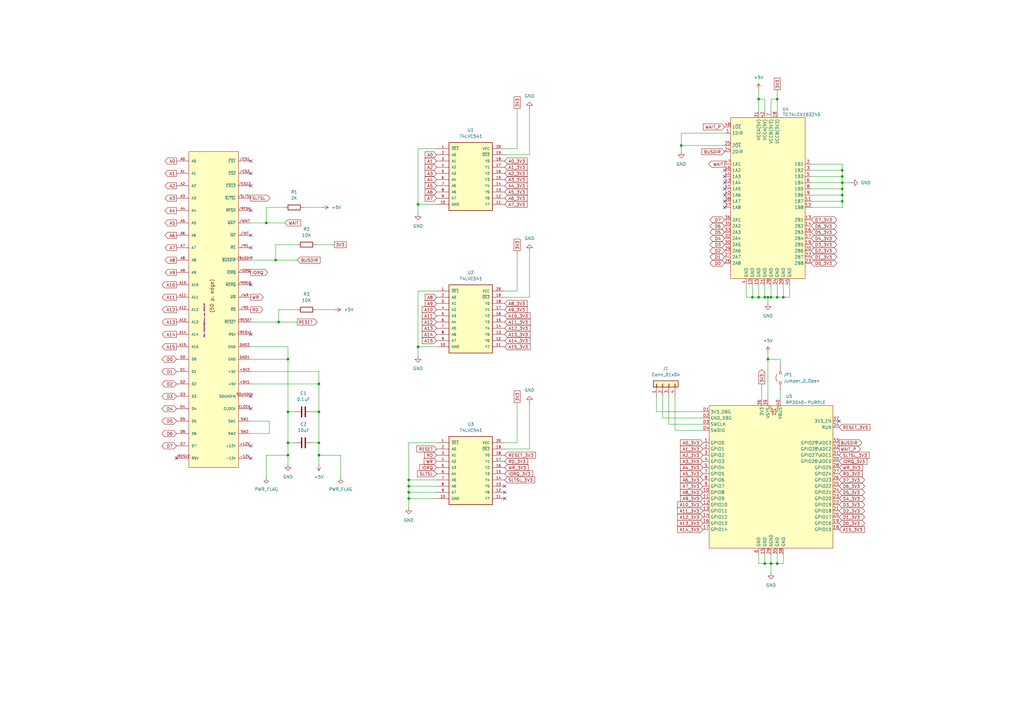
<source format=kicad_sch>
(kicad_sch (version 20231120) (generator "eeschema") (generator_version "8.0")
  (paper "A3")
  (title_block (title "MSX PicoVerse 2040") (date "2024-12-10") (rev "1.0") (company "The Retro Hacker") (comment 2 "Based on the ALIEXPRESS RP2040-PURPLE board") (comment 3 "The MSX experience driven by the RaspBerry Pico") (comment 4 "MSX PicoVerse 2040"))
  (lib_symbols
    (symbol "74LVC541AD_112:74LVC541AD_112" (pin_names (offset 1.016))
      (property "Reference" "IC" (at 24.13 7.62 0))
      (property "Value" "74LVC541AD_112" (at 24.13 5.08 0))
      (symbol "74LVC541AD_112_0_0"
        (rectangle (start 5.08 2.54) (end 22.86 -25.4) (stroke (width 0.254)) (fill (type background)))
        (pin bidirectional line (at 27.94 -22.86 180) (length 5.08) (name "Y7") (number "11"))
        (pin bidirectional line (at 27.94 -20.32 180) (length 5.08) (name "Y6") (number "12"))
        (pin bidirectional line (at 27.94 -17.78 180) (length 5.08) (name "Y5") (number "13"))
        (pin bidirectional line (at 27.94 -15.24 180) (length 5.08) (name "Y4") (number "14"))
        (pin bidirectional line (at 27.94 -12.7 180) (length 5.08) (name "Y3") (number "15"))
        (pin bidirectional line (at 27.94 -10.16 180) (length 5.08) (name "Y2") (number "16"))
        (pin bidirectional line (at 27.94 -7.62 180) (length 5.08) (name "Y1") (number "17"))
        (pin bidirectional line (at 27.94 -5.08 180) (length 5.08) (name "Y0") (number "18"))
        (pin bidirectional line (at 0 -2.54 0) (length 5.08) (name "A0") (number "2"))
        (pin bidirectional line (at 0 -5.08 0) (length 5.08) (name "A1") (number "3"))
        (pin bidirectional line (at 0 -7.62 0) (length 5.08) (name "A2") (number "4"))
        (pin bidirectional line (at 0 -10.16 0) (length 5.08) (name "A3") (number "5"))
        (pin bidirectional line (at 0 -12.7 0) (length 5.08) (name "A4") (number "6"))
        (pin bidirectional line (at 0 -15.24 0) (length 5.08) (name "A5") (number "7"))
        (pin bidirectional line (at 0 -17.78 0) (length 5.08) (name "A6") (number "8"))
        (pin bidirectional line (at 0 -20.32 0) (length 5.08) (name "A7") (number "9"))
      )
      (symbol "74LVC541AD_112_1_0"
        (pin passive line (at 0 0 0) (length 5.08) (name "~{OE1}") (number "1"))
        (pin power_in line (at 0 -22.86 0) (length 5.08) (name "GND") (number "10"))
        (pin passive line (at 27.94 -2.54 180) (length 5.08) (name "~{OE2}") (number "19"))
        (pin power_in line (at 27.94 0 180) (length 5.08) (name "VCC") (number "20"))
      )
    )
    (symbol "Connector_Generic:Conn_01x04" (pin_names (offset 1.016) hide)
      (property "Reference" "J" (at 0 5.08 0))
      (property "Value" "Conn_01x04" (at 0 -7.62 0))
      (symbol "Conn_01x04_1_1"
        (rectangle (start -1.27 -4.953) (end 0 -5.207) (stroke (width 0.1524)))
        (rectangle (start -1.27 -2.413) (end 0 -2.667) (stroke (width 0.1524)))
        (rectangle (start -1.27 0.127) (end 0 -0.127) (stroke (width 0.1524)))
        (rectangle (start -1.27 2.667) (end 0 2.413) (stroke (width 0.1524)))
        (rectangle (start -1.27 3.81) (end 1.27 -6.35) (stroke (width 0.254)) (fill (type background)))
        (pin passive line (at -5.08 2.54 0) (length 3.81) (name "Pin_1") (number "1"))
        (pin passive line (at -5.08 0 0) (length 3.81) (name "Pin_2") (number "2"))
        (pin passive line (at -5.08 -2.54 0) (length 3.81) (name "Pin_3") (number "3"))
        (pin passive line (at -5.08 -5.08 0) (length 3.81) (name "Pin_4") (number "4"))
      )
    )
    (symbol "Device:C" (pin_numbers hide) (pin_names (offset 0.254))
      (property "Reference" "C" (at 0.635 2.54 0))
      (property "Value" "C" (at 0.635 -2.54 0))
      (symbol "C_0_1"
        (polyline (pts (xy -2.032 -0.762) (xy 2.032 -0.762)) (stroke (width 0.508)))
        (polyline (pts (xy -2.032 0.762) (xy 2.032 0.762)) (stroke (width 0.508)))
      )
      (symbol "C_1_1"
        (pin passive line (at 0 3.81 270) (length 2.794) (name "~") (number "1"))
        (pin passive line (at 0 -3.81 90) (length 2.794) (name "~") (number "2"))
      )
    )
    (symbol "Device:R" (pin_numbers hide) (pin_names (offset 0))
      (property "Reference" "R" (at 2.032 0 90))
      (property "Value" "R" (at 0 0 90))
      (symbol "R_0_1"
        (rectangle (start -1.016 -2.54) (end 1.016 2.54) (stroke (width 0.254)))
      )
      (symbol "R_1_1"
        (pin passive line (at 0 3.81 270) (length 1.27) (name "~") (number "1"))
        (pin passive line (at 0 -3.81 90) (length 1.27) (name "~") (number "2"))
      )
    )
    (symbol "Jumper:Jumper_2_Open" (pin_numbers hide) (pin_names (offset 0) hide) (exclude_from_sim yes)
      (property "Reference" "JP" (at 0 2.794 0))
      (property "Value" "Jumper_2_Open" (at 0 -2.286 0))
      (symbol "Jumper_2_Open_0_0"
        (circle (center -2.032 0) (radius 0.508))
        (circle (center 2.032 0) (radius 0.508))
      )
      (symbol "Jumper_2_Open_0_1"
        (arc (start 1.524 1.27) (mid 0 1.778) (end -1.524 1.27))
      )
      (symbol "Jumper_2_Open_1_1"
        (pin passive line (at -5.08 0 0) (length 2.54) (name "A") (number "1"))
        (pin passive line (at 5.08 0 180) (length 2.54) (name "B") (number "2"))
      )
    )
    (symbol "RP2040-PURPLE:RP2040-PURPLE"
      (property "Reference" "U" (at 0 0 0))
      (symbol "RP2040-PURPLE_0_1"
        (polyline (pts (xy -1.27 27.94) (xy 0 27.305) (xy 0 25.4) (xy 0.635 25.4)))
        (polyline (pts (xy 0.635 25.4) (xy 1.905 26.67) (xy 1.905 24.13) (xy 0.635 25.4)))
        (polyline (pts (xy 3.81 27.94) (xy 2.54 27.305) (xy 2.54 25.4) (xy 1.905 25.4)))
        (polyline (pts (xy 0.381 26.416) (xy 0.381 26.67) (xy 0.635 26.67) (xy 0.635 24.13) (xy 0.889 24.13) (xy 0.889 24.384)))
      )
      (symbol "RP2040-PURPLE_1_1"
        (rectangle (start -25.4 27.94) (end 25.4 -30.48) (fill (type background)))
        (pin bidirectional line (at -27.94 12.7 0) (length 2.54) (name "GPIO0") (number "1"))
        (pin bidirectional line (at -27.94 -7.62 0) (length 2.54) (name "GPIO8") (number "10"))
        (pin bidirectional line (at -27.94 -10.16 0) (length 2.54) (name "GPIO9") (number "11"))
        (pin bidirectional line (at -27.94 -12.7 0) (length 2.54) (name "GPIO10") (number "12"))
        (pin bidirectional line (at -27.94 -15.24 0) (length 2.54) (name "GPIO11") (number "13"))
        (pin bidirectional line (at -27.94 -17.78 0) (length 2.54) (name "GPIO12") (number "14"))
        (pin power_in line (at -2.54 -33.02 90) (length 2.54) (name "GND") (number "15"))
        (pin bidirectional line (at -27.94 -20.32 0) (length 2.54) (name "GPIO13") (number "16"))
        (pin bidirectional line (at -27.94 -22.86 0) (length 2.54) (name "GPIO14") (number "17"))
        (pin bidirectional line (at 27.94 -22.86 180) (length 2.54) (name "GPIO15") (number "18"))
        (pin bidirectional line (at 27.94 -20.32 180) (length 2.54) (name "GPIO16") (number "19"))
        (pin bidirectional line (at -27.94 10.16 0) (length 2.54) (name "GPIO1") (number "2"))
        (pin bidirectional line (at 27.94 -17.78 180) (length 2.54) (name "GPIO17") (number "20"))
        (pin bidirectional line (at 27.94 -15.24 180) (length 2.54) (name "GPIO18") (number "21"))
        (pin bidirectional line (at 27.94 -12.7 180) (length 2.54) (name "GPIO19") (number "22"))
        (pin bidirectional line (at 27.94 -10.16 180) (length 2.54) (name "GPIO20") (number "23"))
        (pin bidirectional line (at 27.94 -7.62 180) (length 2.54) (name "GPIO21") (number "24"))
        (pin bidirectional line (at 27.94 -5.08 180) (length 2.54) (name "GPIO22") (number "25"))
        (pin bidirectional line (at 27.94 -2.54 180) (length 2.54) (name "GPIO23") (number "26"))
        (pin bidirectional line (at 27.94 0 180) (length 2.54) (name "GPIO24") (number "27"))
        (pin bidirectional line (at 27.94 2.54 180) (length 2.54) (name "GPIO25") (number "28"))
        (pin power_in line (at 0 -33.02 90) (length 2.54) (name "AGND") (number "29"))
        (pin bidirectional line (at -27.94 7.62 0) (length 2.54) (name "GPIO2") (number "3"))
        (pin bidirectional line (at 27.94 5.08 180) (length 2.54) (name "GPIO26\\ADC0") (number "30"))
        (pin bidirectional line (at 27.94 7.62 180) (length 2.54) (name "GPIO27\\ADC1") (number "31"))
        (pin bidirectional line (at 27.94 10.16 180) (length 2.54) (name "GPIO28\\ADC2") (number "32"))
        (pin bidirectional line (at 27.94 12.7 180) (length 2.54) (name "GPIO29\\ADC3") (number "33"))
        (pin input line (at 27.94 19.05 180) (length 2.54) (name "RUN") (number "34"))
        (pin power_in line (at 2.54 -33.02 90) (length 2.54) (name "GND") (number "35"))
        (pin power_out line (at -3.81 30.48 270) (length 2.54) (name "3V3") (number "36"))
        (pin input line (at 27.94 21.59 180) (length 2.54) (name "3V3_EN") (number "37"))
        (pin power_in line (at 5.08 -33.02 90) (length 2.54) (name "GND") (number "38"))
        (pin power_in line (at -1.27 30.48 270) (length 2.54) (name "VSYS") (number "39"))
        (pin bidirectional line (at -27.94 5.08 0) (length 2.54) (name "GPIO3") (number "4"))
        (pin power_out line (at 3.81 30.48 270) (length 2.54) (name "VBUS") (number "40"))
        (pin bidirectional line (at -27.94 2.54 0) (length 2.54) (name "GPIO4") (number "5"))
        (pin power_in line (at -5.08 -33.02 90) (length 2.54) (name "GND") (number "6"))
        (pin bidirectional line (at -27.94 0 0) (length 2.54) (name "GPIO5") (number "7"))
        (pin bidirectional line (at -27.94 -2.54 0) (length 2.54) (name "GPIO6") (number "8"))
        (pin bidirectional line (at -27.94 -5.08 0) (length 2.54) (name "GPIO7") (number "9"))
        (pin power_out line (at -27.94 25.4 0) (length 2.54) (name "3V3_DBG") (number "D1"))
        (pin power_in line (at -27.94 22.86 0) (length 2.54) (name "GND_DBG") (number "D2"))
        (pin input line (at -27.94 20.32 0) (length 2.54) (name "SWCLK") (number "D3"))
        (pin bidirectional line (at -27.94 17.78 0) (length 2.54) (name "SWDIO") (number "D4"))
      )
    )
    (symbol "TC74LCX163245:TC74LCX163245"
      (property "Reference" "U" (at 0 2.54 0))
      (symbol "TC74LCX163245_1_1"
        (rectangle (start -15.24 33.02) (end 15.24 -33.02) (fill (type background)))
        (pin input line (at -17.78 26.67 0) (length 2.54) (name "1DIR") (number "1"))
        (pin power_in line (at -6.35 -35.56 90) (length 2.54) (name "GND") (number "10"))
        (pin input line (at 17.78 -1.27 180) (length 2.54) (name "1B7") (number "11"))
        (pin input line (at 17.78 -3.81 180) (length 2.54) (name "1B8") (number "12"))
        (pin input line (at 17.78 -8.89 180) (length 2.54) (name "2B1") (number "13"))
        (pin input line (at 17.78 -11.43 180) (length 2.54) (name "2B2") (number "14"))
        (pin power_in line (at -3.81 -35.56 90) (length 2.54) (name "GND") (number "15"))
        (pin input line (at 17.78 -13.97 180) (length 2.54) (name "2B3") (number "16"))
        (pin input line (at 17.78 -16.51 180) (length 2.54) (name "2B4") (number "17"))
        (pin power_in line (at 3.81 35.56 270) (length 2.54) (name "VCCB(3V3)") (number "18"))
        (pin input line (at 17.78 -19.05 180) (length 2.54) (name "2B5") (number "19"))
        (pin input line (at 17.78 13.97 180) (length 2.54) (name "1B1") (number "2"))
        (pin input line (at 17.78 -21.59 180) (length 2.54) (name "2B6") (number "20"))
        (pin power_in line (at -1.27 -35.56 90) (length 2.54) (name "GND") (number "21"))
        (pin input line (at 17.78 -24.13 180) (length 2.54) (name "2B7") (number "22"))
        (pin input line (at 17.78 -26.67 180) (length 2.54) (name "2B8") (number "23"))
        (pin input line (at -17.78 19.05 0) (length 2.54) (name "2DIR") (number "24"))
        (pin input line (at -17.78 21.59 0) (length 2.54) (name "2~{OE}") (number "25"))
        (pin input line (at -17.78 -26.67 0) (length 2.54) (name "2A8") (number "26"))
        (pin input line (at -17.78 -24.13 0) (length 2.54) (name "2A7") (number "27"))
        (pin power_in line (at 1.27 -35.56 90) (length 2.54) (name "GND") (number "28"))
        (pin input line (at -17.78 -21.59 0) (length 2.54) (name "2A6") (number "29"))
        (pin input line (at 17.78 11.43 180) (length 2.54) (name "1B2") (number "3"))
        (pin input line (at -17.78 -19.05 0) (length 2.54) (name "2A5") (number "30"))
        (pin power_in line (at -3.81 35.56 270) (length 2.54) (name "VCCA(5V)") (number "31"))
        (pin input line (at -17.78 -16.51 0) (length 2.54) (name "2A4") (number "32"))
        (pin input line (at -17.78 -13.97 0) (length 2.54) (name "2A3") (number "33"))
        (pin power_in line (at 3.81 -35.56 90) (length 2.54) (name "GND") (number "34"))
        (pin input line (at -17.78 -11.43 0) (length 2.54) (name "2A2") (number "35"))
        (pin input line (at -17.78 -8.89 0) (length 2.54) (name "2A1") (number "36"))
        (pin input line (at -17.78 -3.81 0) (length 2.54) (name "1A8") (number "37"))
        (pin input line (at -17.78 -1.27 0) (length 2.54) (name "1A7") (number "38"))
        (pin power_in line (at 6.35 -35.56 90) (length 2.54) (name "GND") (number "39"))
        (pin power_in line (at -8.89 -35.56 90) (length 2.54) (name "GND") (number "4"))
        (pin input line (at -17.78 1.27 0) (length 2.54) (name "1A6") (number "40"))
        (pin input line (at -17.78 3.81 0) (length 2.54) (name "1A5") (number "41"))
        (pin power_in line (at -1.27 35.56 270) (length 2.54) (name "VCCA(5V)") (number "42"))
        (pin input line (at -17.78 6.35 0) (length 2.54) (name "1A4") (number "43"))
        (pin input line (at -17.78 8.89 0) (length 2.54) (name "1A3") (number "44"))
        (pin power_in line (at 8.89 -35.56 90) (length 2.54) (name "GND") (number "45"))
        (pin input line (at -17.78 11.43 0) (length 2.54) (name "1A2") (number "46"))
        (pin input line (at -17.78 13.97 0) (length 2.54) (name "1A1") (number "47"))
        (pin input line (at -17.78 29.21 0) (length 2.54) (name "1~{OE}") (number "48"))
        (pin input line (at 17.78 8.89 180) (length 2.54) (name "1B3") (number "5"))
        (pin input line (at 17.78 6.35 180) (length 2.54) (name "1B4") (number "6"))
        (pin power_in line (at 1.27 35.56 270) (length 2.54) (name "VCCB(3V3)") (number "7"))
        (pin input line (at 17.78 3.81 180) (length 2.54) (name "1B5") (number "8"))
        (pin input line (at 17.78 1.27 180) (length 2.54) (name "1B6") (number "9"))
      )
    )
    (symbol "msx-con:MSX_CON" (pin_names (offset 1.016))
      (symbol "MSX_CON_1_0"
        (rectangle (start -59.69 10.16) (end 69.85 -10.16) (fill (type background)))
        (text "(50 p. edge)" (at 10.7442 0.7112 0) (effects (font (size 1.4224 1.4224))))
      )
      (symbol "MSX_CON_1_1"
        (pin power_out line (at -50.8 -15.24 90) (length 5.08) (name "+12V") (number "+12V"))
        (pin power_in line (at -25.4 -15.24 90) (length 5.08) (name "+5V") (number "+5V1"))
        (pin power_in line (at -20.32 -15.24 90) (length 5.08) (name "+5V") (number "+5V2"))
        (pin power_out line (at -55.88 -15.24 90) (length 5.08) (name "-12V") (number "-12V"))
        (pin input line (at 25.4 -15.24 90) (length 5.08) (name "~{BUSDIR}") (number "/BUSDIR"))
        (pin output line (at 66.04 -15.24 90) (length 5.08) (name "~{CS1}") (number "/CS1"))
        (pin output line (at 55.88 -15.24 90) (length 5.08) (name "~{CS12}") (number "/CS12"))
        (pin output line (at 60.96 -15.24 90) (length 5.08) (name "~{CS2}") (number "/CS2"))
        (pin input line (at 35.56 -15.24 90) (length 5.08) (name "~{INT}") (number "/INT"))
        (pin output line (at 20.32 -15.24 90) (length 5.08) (name "~{IORQ}") (number "/IORQ"))
        (pin output line (at 30.48 -15.24 90) (length 5.08) (name "~{M1}") (number "/M1"))
        (pin output line (at 15.24 -15.24 90) (length 5.08) (name "~{MERQ}") (number "/MREQ"))
        (pin output line (at 5.08 -15.24 90) (length 5.08) (name "~{RD}") (number "/RD"))
        (pin output line (at 0 -15.24 90) (length 5.08) (name "~{RESET}") (number "/RESET"))
        (pin unspecified line (at -5.08 -15.24 90) (length 5.08) (name "RSV") (number "/RESV1"))
        (pin unspecified line (at -55.88 15.24 270) (length 5.08) (name "RSV") (number "/RESV2"))
        (pin output line (at 45.72 -15.24 90) (length 5.08) (name "~{RFSH}") (number "/RFSH"))
        (pin output line (at 50.8 -15.24 90) (length 5.08) (name "~{SLTSL}") (number "/SLTSL"))
        (pin input line (at 40.64 -15.24 90) (length 5.08) (name "~{WAIT}") (number "/WAIT"))
        (pin output line (at 10.16 -15.24 90) (length 5.08) (name "~{WR}") (number "/WR"))
        (pin output line (at 66.04 15.24 270) (length 5.08) (name "A0") (number "A0"))
        (pin output line (at 60.96 15.24 270) (length 5.08) (name "A1") (number "A1"))
        (pin output line (at 15.24 15.24 270) (length 5.08) (name "A10") (number "A10"))
        (pin output line (at 10.16 15.24 270) (length 5.08) (name "A11") (number "A11"))
        (pin output line (at 5.08 15.24 270) (length 5.08) (name "A12") (number "A12"))
        (pin output line (at 0 15.24 270) (length 5.08) (name "A13") (number "A13"))
        (pin output line (at -5.08 15.24 270) (length 5.08) (name "A14") (number "A14"))
        (pin output line (at -10.16 15.24 270) (length 5.08) (name "A15") (number "A15"))
        (pin output line (at 55.88 15.24 270) (length 5.08) (name "A2") (number "A2"))
        (pin output line (at 50.8 15.24 270) (length 5.08) (name "A3") (number "A3"))
        (pin output line (at 45.72 15.24 270) (length 5.08) (name "A4") (number "A4"))
        (pin output line (at 40.64 15.24 270) (length 5.08) (name "A5") (number "A5"))
        (pin output line (at 35.56 15.24 270) (length 5.08) (name "A6") (number "A6"))
        (pin output line (at 30.48 15.24 270) (length 5.08) (name "A7") (number "A7"))
        (pin output line (at 25.4 15.24 270) (length 5.08) (name "A8") (number "A8"))
        (pin output line (at 20.32 15.24 270) (length 5.08) (name "A9") (number "A9"))
        (pin output line (at -35.56 -15.24 90) (length 5.08) (name "CLOCK") (number "CLOCK"))
        (pin bidirectional line (at -15.24 15.24 270) (length 5.08) (name "D0") (number "D0"))
        (pin bidirectional line (at -20.32 15.24 270) (length 5.08) (name "D1") (number "D1"))
        (pin bidirectional line (at -25.4 15.24 270) (length 5.08) (name "D2") (number "D2"))
        (pin bidirectional line (at -30.48 15.24 270) (length 5.08) (name "D3") (number "D3"))
        (pin bidirectional line (at -35.56 15.24 270) (length 5.08) (name "D4") (number "D4"))
        (pin bidirectional line (at -40.64 15.24 270) (length 5.08) (name "D5") (number "D5"))
        (pin bidirectional line (at -45.72 15.24 270) (length 5.08) (name "D6") (number "D6"))
        (pin bidirectional line (at -50.8 15.24 270) (length 5.08) (name "D7") (number "D7"))
        (pin power_in line (at -15.24 -15.24 90) (length 5.08) (name "GND") (number "GND1"))
        (pin power_in line (at -10.16 -15.24 90) (length 5.08) (name "GND") (number "GND2"))
        (pin input line (at -30.48 -15.24 90) (length 5.08) (name "SOUNDIN") (number "SOUNDIN"))
        (pin passive line (at -40.64 -15.24 90) (length 5.08) (name "SW1") (number "SW1"))
        (pin passive line (at -45.72 -15.24 90) (length 5.08) (name "SW2") (number "SW2"))
      )
    )
    (symbol "power:+5V" (power) (pin_numbers hide) (pin_names (offset 0) hide)
      (property "Value" "+5V" (at 0 3.556 0))
      (symbol "+5V_0_1"
        (polyline (pts (xy -0.762 1.27) (xy 0 2.54)))
        (polyline (pts (xy 0 0) (xy 0 2.54)))
        (polyline (pts (xy 0 2.54) (xy 0.762 1.27)))
      )
      (symbol "+5V_1_1"
        (pin power_in line (at 0 0 90) (length 0) (name "~") (number "1"))
      )
    )
    (symbol "power:GND" (power) (pin_numbers hide) (pin_names (offset 0) hide)
      (property "Value" "GND" (at 0 -3.81 0))
      (symbol "GND_0_1"
        (polyline (pts (xy 0 0) (xy 0 -1.27) (xy 1.27 -1.27) (xy 0 -2.54) (xy -1.27 -1.27) (xy 0 -1.27)))
      )
      (symbol "GND_1_1"
        (pin power_in line (at 0 0 270) (length 0) (name "~") (number "1"))
      )
    )
    (symbol "power:PWR_FLAG" (power) (pin_numbers hide) (pin_names (offset 0) hide)
      (property "Value" "PWR_FLAG" (at 0 3.81 0))
      (symbol "PWR_FLAG_0_0"
        (pin power_out line (at 0 0 90) (length 0) (name "~") (number "1"))
      )
      (symbol "PWR_FLAG_0_1"
        (polyline (pts (xy 0 0) (xy 0 1.27) (xy -1.016 1.905) (xy 0 2.54) (xy 1.016 1.905) (xy 0 1.27)))
      )
    )
  )
  (junction (at 171.45 83.82))
  (junction (at 318.77 121.92))
  (junction (at 118.11 181.61))
  (junction (at 345.44 80.01))
  (junction (at 313.69 231.14))
  (junction (at 345.44 77.47))
  (junction (at 171.45 142.24))
  (junction (at 118.11 147.32))
  (junction (at 314.96 121.92))
  (junction (at 345.44 72.39))
  (junction (at 167.64 204.47))
  (junction (at 314.96 147.32))
  (junction (at 167.64 196.85))
  (junction (at 313.69 121.92))
  (junction (at 316.23 231.14))
  (junction (at 118.11 168.91))
  (junction (at 167.64 201.93))
  (junction (at 308.61 121.92))
  (junction (at 279.4 59.69))
  (junction (at 130.81 157.48))
  (junction (at 311.15 121.92))
  (junction (at 130.81 181.61))
  (junction (at 130.81 186.69))
  (junction (at 321.31 121.92))
  (junction (at 345.44 69.85))
  (junction (at 318.77 40.64))
  (junction (at 318.77 231.14))
  (junction (at 113.03 106.68))
  (junction (at 130.81 168.91))
  (junction (at 118.11 186.69))
  (junction (at 109.22 91.44))
  (junction (at 345.44 82.55))
  (junction (at 114.3 132.08))
  (junction (at 311.15 40.64))
  (junction (at 316.23 121.92))
  (junction (at 167.64 199.39))
  (junction (at 345.44 74.93))
  (no_connect (at 102.87 137.16))
  (no_connect (at 72.39 187.96))
  (no_connect (at 102.87 167.64))
  (no_connect (at 297.18 74.93))
  (no_connect (at 102.87 66.04))
  (no_connect (at 297.18 80.01))
  (no_connect (at 207.01 204.47))
  (no_connect (at 102.87 96.52))
  (no_connect (at 297.18 77.47))
  (no_connect (at 297.18 69.85))
  (no_connect (at 102.87 71.12))
  (no_connect (at 297.18 72.39))
  (no_connect (at 207.01 199.39))
  (no_connect (at 102.87 116.84))
  (no_connect (at 102.87 162.56))
  (no_connect (at 102.87 101.6))
  (no_connect (at 297.18 82.55))
  (no_connect (at 297.18 85.09))
  (no_connect (at 102.87 187.96))
  (no_connect (at 102.87 86.36))
  (no_connect (at 102.87 76.2))
  (no_connect (at 102.87 182.88))
  (no_connect (at 207.01 201.93))
  (no_connect (at 344.17 172.72))
  (wire (pts (xy 323.85 116.84) (xy 323.85 121.92)))
  (wire (pts (xy 207.01 119.38) (xy 212.09 119.38)))
  (wire (pts (xy 316.23 227.33) (xy 316.23 231.14)))
  (wire (pts (xy 212.09 119.38) (xy 212.09 102.87)))
  (wire (pts (xy 171.45 60.96) (xy 179.07 60.96)))
  (wire (pts (xy 130.81 181.61) (xy 130.81 186.69)))
  (wire (pts (xy 321.31 121.92) (xy 318.77 121.92)))
  (wire (pts (xy 118.11 142.24) (xy 118.11 147.32)))
  (wire (pts (xy 102.87 152.4) (xy 130.81 152.4)))
  (wire (pts (xy 171.45 119.38) (xy 179.07 119.38)))
  (wire (pts (xy 276.86 162.56) (xy 276.86 176.53)))
  (wire (pts (xy 116.84 85.09) (xy 109.22 85.09)))
  (wire (pts (xy 167.64 201.93) (xy 179.07 201.93)))
  (wire (pts (xy 321.31 227.33) (xy 321.31 231.14)))
  (wire (pts (xy 345.44 69.85) (xy 345.44 72.39)))
  (wire (pts (xy 314.96 121.92) (xy 313.69 121.92)))
  (wire (pts (xy 171.45 119.38) (xy 171.45 142.24)))
  (wire (pts (xy 207.01 121.92) (xy 217.17 121.92)))
  (wire (pts (xy 271.78 162.56) (xy 271.78 171.45)))
  (wire (pts (xy 345.44 67.31) (xy 345.44 69.85)))
  (wire (pts (xy 114.3 132.08) (xy 121.92 132.08)))
  (wire (pts (xy 217.17 121.92) (xy 217.17 102.87)))
  (wire (pts (xy 167.64 181.61) (xy 179.07 181.61)))
  (wire (pts (xy 311.15 227.33) (xy 311.15 231.14)))
  (wire (pts (xy 332.74 74.93) (xy 345.44 74.93)))
  (wire (pts (xy 113.03 106.68) (xy 121.92 106.68)))
  (wire (pts (xy 129.54 127) (xy 137.16 127)))
  (wire (pts (xy 121.92 127) (xy 114.3 127)))
  (wire (pts (xy 121.92 100.33) (xy 113.03 100.33)))
  (wire (pts (xy 279.4 59.69) (xy 297.18 59.69)))
  (wire (pts (xy 308.61 121.92) (xy 306.07 121.92)))
  (wire (pts (xy 313.69 116.84) (xy 313.69 121.92)))
  (wire (pts (xy 345.44 82.55) (xy 345.44 80.01)))
  (wire (pts (xy 332.74 67.31) (xy 345.44 67.31)))
  (wire (pts (xy 345.44 77.47) (xy 345.44 74.93)))
  (wire (pts (xy 316.23 121.92) (xy 314.96 121.92)))
  (wire (pts (xy 345.44 80.01) (xy 345.44 77.47)))
  (wire (pts (xy 179.07 142.24) (xy 171.45 142.24)))
  (wire (pts (xy 306.07 116.84) (xy 306.07 121.92)))
  (wire (pts (xy 332.74 82.55) (xy 345.44 82.55)))
  (wire (pts (xy 212.09 181.61) (xy 212.09 165.1)))
  (wire (pts (xy 102.87 142.24) (xy 118.11 142.24)))
  (wire (pts (xy 207.01 181.61) (xy 212.09 181.61)))
  (wire (pts (xy 171.45 146.05) (xy 171.45 142.24)))
  (wire (pts (xy 118.11 147.32) (xy 118.11 168.91)))
  (wire (pts (xy 279.4 59.69) (xy 279.4 62.23)))
  (wire (pts (xy 323.85 121.92) (xy 321.31 121.92)))
  (wire (pts (xy 139.7 186.69) (xy 130.81 186.69)))
  (wire (pts (xy 110.49 177.8) (xy 102.87 177.8)))
  (wire (pts (xy 167.64 196.85) (xy 179.07 196.85)))
  (wire (pts (xy 102.87 147.32) (xy 118.11 147.32)))
  (wire (pts (xy 320.04 147.32) (xy 314.96 147.32)))
  (wire (pts (xy 207.01 63.5) (xy 217.17 63.5)))
  (wire (pts (xy 130.81 168.91) (xy 130.81 181.61)))
  (wire (pts (xy 318.77 36.83) (xy 318.77 40.64)))
  (wire (pts (xy 167.64 196.85) (xy 167.64 199.39)))
  (wire (pts (xy 102.87 172.72) (xy 110.49 172.72)))
  (wire (pts (xy 321.31 231.14) (xy 318.77 231.14)))
  (wire (pts (xy 167.64 204.47) (xy 179.07 204.47)))
  (wire (pts (xy 207.01 184.15) (xy 217.17 184.15)))
  (wire (pts (xy 118.11 168.91) (xy 118.11 181.61)))
  (wire (pts (xy 297.18 54.61) (xy 279.4 54.61)))
  (wire (pts (xy 313.69 231.14) (xy 316.23 231.14)))
  (wire (pts (xy 130.81 186.69) (xy 130.81 190.5)))
  (wire (pts (xy 128.27 181.61) (xy 130.81 181.61)))
  (wire (pts (xy 320.04 160.02) (xy 320.04 163.83)))
  (wire (pts (xy 311.15 116.84) (xy 311.15 121.92)))
  (wire (pts (xy 113.03 100.33) (xy 113.03 106.68)))
  (wire (pts (xy 167.64 208.28) (xy 167.64 204.47)))
  (wire (pts (xy 271.78 171.45) (xy 288.29 171.45)))
  (wire (pts (xy 124.46 85.09) (xy 132.08 85.09)))
  (wire (pts (xy 316.23 116.84) (xy 316.23 121.92)))
  (wire (pts (xy 313.69 121.92) (xy 311.15 121.92)))
  (wire (pts (xy 311.15 121.92) (xy 308.61 121.92)))
  (wire (pts (xy 130.81 157.48) (xy 130.81 168.91)))
  (wire (pts (xy 345.44 74.93) (xy 349.25 74.93)))
  (wire (pts (xy 109.22 85.09) (xy 109.22 91.44)))
  (wire (pts (xy 102.87 91.44) (xy 109.22 91.44)))
  (wire (pts (xy 129.54 100.33) (xy 137.16 100.33)))
  (wire (pts (xy 114.3 127) (xy 114.3 132.08)))
  (wire (pts (xy 102.87 132.08) (xy 114.3 132.08)))
  (wire (pts (xy 109.22 91.44) (xy 116.84 91.44)))
  (wire (pts (xy 314.96 147.32) (xy 314.96 163.83)))
  (wire (pts (xy 320.04 149.86) (xy 320.04 147.32)))
  (wire (pts (xy 332.74 69.85) (xy 345.44 69.85)))
  (wire (pts (xy 109.22 186.69) (xy 118.11 186.69)))
  (wire (pts (xy 118.11 186.69) (xy 118.11 190.5)))
  (wire (pts (xy 313.69 40.64) (xy 311.15 40.64)))
  (wire (pts (xy 313.69 227.33) (xy 313.69 231.14)))
  (wire (pts (xy 314.96 121.92) (xy 314.96 124.46)))
  (wire (pts (xy 316.23 45.72) (xy 316.23 40.64)))
  (wire (pts (xy 345.44 72.39) (xy 345.44 74.93)))
  (wire (pts (xy 130.81 152.4) (xy 130.81 157.48)))
  (wire (pts (xy 279.4 54.61) (xy 279.4 59.69)))
  (wire (pts (xy 139.7 195.58) (xy 139.7 186.69)))
  (wire (pts (xy 102.87 157.48) (xy 130.81 157.48)))
  (wire (pts (xy 212.09 60.96) (xy 212.09 44.45)))
  (wire (pts (xy 311.15 36.83) (xy 311.15 40.64)))
  (wire (pts (xy 318.77 116.84) (xy 318.77 121.92)))
  (wire (pts (xy 308.61 116.84) (xy 308.61 121.92)))
  (wire (pts (xy 312.42 157.48) (xy 312.42 163.83)))
  (wire (pts (xy 118.11 168.91) (xy 120.65 168.91)))
  (wire (pts (xy 316.23 231.14) (xy 316.23 234.95)))
  (wire (pts (xy 269.24 168.91) (xy 288.29 168.91)))
  (wire (pts (xy 332.74 77.47) (xy 345.44 77.47)))
  (wire (pts (xy 179.07 83.82) (xy 171.45 83.82)))
  (wire (pts (xy 167.64 201.93) (xy 167.64 204.47)))
  (wire (pts (xy 314.96 144.78) (xy 314.96 147.32)))
  (wire (pts (xy 171.45 60.96) (xy 171.45 83.82)))
  (wire (pts (xy 109.22 195.58) (xy 109.22 186.69)))
  (wire (pts (xy 167.64 199.39) (xy 179.07 199.39)))
  (wire (pts (xy 217.17 184.15) (xy 217.17 165.1)))
  (wire (pts (xy 318.77 227.33) (xy 318.77 231.14)))
  (wire (pts (xy 311.15 40.64) (xy 311.15 45.72)))
  (wire (pts (xy 332.74 85.09) (xy 345.44 85.09)))
  (wire (pts (xy 217.17 63.5) (xy 217.17 44.45)))
  (wire (pts (xy 318.77 121.92) (xy 316.23 121.92)))
  (wire (pts (xy 332.74 80.01) (xy 345.44 80.01)))
  (wire (pts (xy 345.44 85.09) (xy 345.44 82.55)))
  (wire (pts (xy 332.74 72.39) (xy 345.44 72.39)))
  (wire (pts (xy 269.24 162.56) (xy 269.24 168.91)))
  (wire (pts (xy 321.31 116.84) (xy 321.31 121.92)))
  (wire (pts (xy 171.45 87.63) (xy 171.45 83.82)))
  (wire (pts (xy 110.49 172.72) (xy 110.49 177.8)))
  (wire (pts (xy 318.77 231.14) (xy 316.23 231.14)))
  (wire (pts (xy 318.77 40.64) (xy 318.77 45.72)))
  (wire (pts (xy 311.15 231.14) (xy 313.69 231.14)))
  (wire (pts (xy 118.11 181.61) (xy 120.65 181.61)))
  (wire (pts (xy 274.32 173.99) (xy 288.29 173.99)))
  (wire (pts (xy 276.86 176.53) (xy 288.29 176.53)))
  (wire (pts (xy 118.11 181.61) (xy 118.11 186.69)))
  (wire (pts (xy 167.64 199.39) (xy 167.64 201.93)))
  (wire (pts (xy 316.23 40.64) (xy 318.77 40.64)))
  (wire (pts (xy 102.87 106.68) (xy 113.03 106.68)))
  (wire (pts (xy 313.69 45.72) (xy 313.69 40.64)))
  (wire (pts (xy 128.27 168.91) (xy 130.81 168.91)))
  (wire (pts (xy 167.64 181.61) (xy 167.64 196.85)))
  (wire (pts (xy 207.01 60.96) (xy 212.09 60.96)))
  (wire (pts (xy 274.32 162.56) (xy 274.32 173.99)))
  (global_label "A1_3V3" (shape input) (at 288.29 184.15 180) (property "Intersheetrefs" "${INTERSHEET_REFS}" (effects (hide yes))))
  (global_label "A14_3V3" (shape input) (at 288.29 217.17 180) (property "Intersheetrefs" "${INTERSHEET_REFS}" (effects (hide yes))))
  (global_label "A1" (shape output) (at 72.39 71.12 180) (property "Intersheetrefs" "${INTERSHEET_REFS}" (effects (hide yes))))
  (global_label "WR" (shape input) (at 179.07 189.23 180) (property "Intersheetrefs" "${INTERSHEET_REFS}" (effects (hide yes))))
  (global_label "D2" (shape bidirectional) (at 72.39 157.48 180) (property "Intersheetrefs" "${INTERSHEET_REFS}" (effects (hide yes))))
  (global_label "D3" (shape bidirectional) (at 72.39 162.56 180) (property "Intersheetrefs" "${INTERSHEET_REFS}" (effects (hide yes))))
  (global_label "WAIT" (shape input) (at 116.84 91.44 0) (property "Intersheetrefs" "${INTERSHEET_REFS}" (effects (hide yes))))
  (global_label "A13_3V3" (shape input) (at 207.01 137.16 0) (property "Intersheetrefs" "${INTERSHEET_REFS}" (effects (hide yes))))
  (global_label "RESET" (shape input) (at 179.07 184.15 180) (property "Intersheetrefs" "${INTERSHEET_REFS}" (effects (hide yes))))
  (global_label "A15" (shape output) (at 72.39 142.24 180) (property "Intersheetrefs" "${INTERSHEET_REFS}" (effects (hide yes))))
  (global_label "D0_3V3" (shape bidirectional) (at 332.74 107.95 0) (property "Intersheetrefs" "${INTERSHEET_REFS}" (effects (hide yes))))
  (global_label "A10" (shape input) (at 179.07 127 180) (property "Intersheetrefs" "${INTERSHEET_REFS}" (effects (hide yes))))
  (global_label "A8" (shape input) (at 179.07 121.92 180) (property "Intersheetrefs" "${INTERSHEET_REFS}" (effects (hide yes))))
  (global_label "A11_3V3" (shape input) (at 207.01 132.08 0) (property "Intersheetrefs" "${INTERSHEET_REFS}" (effects (hide yes))))
  (global_label "D2_3V3" (shape bidirectional) (at 344.17 209.55 0) (property "Intersheetrefs" "${INTERSHEET_REFS}" (effects (hide yes))))
  (global_label "A2_3V3" (shape input) (at 207.01 71.12 0) (property "Intersheetrefs" "${INTERSHEET_REFS}" (effects (hide yes))))
  (global_label "A6" (shape output) (at 72.39 96.52 180) (property "Intersheetrefs" "${INTERSHEET_REFS}" (effects (hide yes))))
  (global_label "A7" (shape output) (at 72.39 101.6 180) (property "Intersheetrefs" "${INTERSHEET_REFS}" (effects (hide yes))))
  (global_label "3V3" (shape passive) (at 137.16 100.33 0) (property "Intersheetrefs" "${INTERSHEET_REFS}" (effects (hide yes))))
  (global_label "D0_3V3" (shape bidirectional) (at 344.17 214.63 0) (property "Intersheetrefs" "${INTERSHEET_REFS}" (effects (hide yes))))
  (global_label "3V3" (shape passive) (at 212.09 102.87 90) (property "Intersheetrefs" "${INTERSHEET_REFS}" (effects (hide yes))))
  (global_label "A13" (shape input) (at 179.07 134.62 180) (property "Intersheetrefs" "${INTERSHEET_REFS}" (effects (hide yes))))
  (global_label "A6_3V3" (shape input) (at 288.29 196.85 180) (property "Intersheetrefs" "${INTERSHEET_REFS}" (effects (hide yes))))
  (global_label "A13_3V3" (shape input) (at 288.29 214.63 180) (property "Intersheetrefs" "${INTERSHEET_REFS}" (effects (hide yes))))
  (global_label "A13" (shape output) (at 72.39 132.08 180) (property "Intersheetrefs" "${INTERSHEET_REFS}" (effects (hide yes))))
  (global_label "D1_3V3" (shape bidirectional) (at 344.17 212.09 0) (property "Intersheetrefs" "${INTERSHEET_REFS}" (effects (hide yes))))
  (global_label "A15_3V3" (shape input) (at 344.17 217.17 0) (property "Intersheetrefs" "${INTERSHEET_REFS}" (effects (hide yes))))
  (global_label "BUSDIR" (shape output) (at 344.17 181.61 0) (property "Intersheetrefs" "${INTERSHEET_REFS}" (effects (hide yes))))
  (global_label "A2" (shape input) (at 179.07 68.58 180) (property "Intersheetrefs" "${INTERSHEET_REFS}" (effects (hide yes))))
  (global_label "D3_3V3" (shape bidirectional) (at 344.17 207.01 0) (property "Intersheetrefs" "${INTERSHEET_REFS}" (effects (hide yes))))
  (global_label "3V3" (shape passive) (at 212.09 44.45 90) (property "Intersheetrefs" "${INTERSHEET_REFS}" (effects (hide yes))))
  (global_label "A14" (shape input) (at 179.07 137.16 180) (property "Intersheetrefs" "${INTERSHEET_REFS}" (effects (hide yes))))
  (global_label "D5_3V3" (shape bidirectional) (at 344.17 201.93 0) (property "Intersheetrefs" "${INTERSHEET_REFS}" (effects (hide yes))))
  (global_label "A7_3V3" (shape input) (at 288.29 199.39 180) (property "Intersheetrefs" "${INTERSHEET_REFS}" (effects (hide yes))))
  (global_label "RESET" (shape output) (at 121.92 132.08 0) (property "Intersheetrefs" "${INTERSHEET_REFS}" (effects (hide yes))))
  (global_label "A9_3V3" (shape input) (at 207.01 127 0) (property "Intersheetrefs" "${INTERSHEET_REFS}" (effects (hide yes))))
  (global_label "WAIT" (shape output) (at 297.18 67.31 180) (property "Intersheetrefs" "${INTERSHEET_REFS}" (effects (hide yes))))
  (global_label "A4_3V3" (shape input) (at 288.29 191.77 180) (property "Intersheetrefs" "${INTERSHEET_REFS}" (effects (hide yes))))
  (global_label "D2" (shape bidirectional) (at 297.18 102.87 180) (property "Intersheetrefs" "${INTERSHEET_REFS}" (effects (hide yes))))
  (global_label "A11_3V3" (shape input) (at 288.29 209.55 180) (property "Intersheetrefs" "${INTERSHEET_REFS}" (effects (hide yes))))
  (global_label "IORQ" (shape input) (at 179.07 191.77 180) (property "Intersheetrefs" "${INTERSHEET_REFS}" (effects (hide yes))))
  (global_label "D5" (shape bidirectional) (at 297.18 95.25 180) (property "Intersheetrefs" "${INTERSHEET_REFS}" (effects (hide yes))))
  (global_label "A5" (shape output) (at 72.39 91.44 180) (property "Intersheetrefs" "${INTERSHEET_REFS}" (effects (hide yes))))
  (global_label "D6_3V3" (shape bidirectional) (at 344.17 199.39 0) (property "Intersheetrefs" "${INTERSHEET_REFS}" (effects (hide yes))))
  (global_label "WR" (shape output) (at 102.87 121.92 0) (property "Intersheetrefs" "${INTERSHEET_REFS}" (effects (hide yes))))
  (global_label "RD_3V3" (shape input) (at 207.01 189.23 0) (property "Intersheetrefs" "${INTERSHEET_REFS}" (effects (hide yes))))
  (global_label "A3_3V3" (shape input) (at 288.29 189.23 180) (property "Intersheetrefs" "${INTERSHEET_REFS}" (effects (hide yes))))
  (global_label "SLTSL" (shape output) (at 102.87 81.28 0) (property "Intersheetrefs" "${INTERSHEET_REFS}" (effects (hide yes))))
  (global_label "A15" (shape input) (at 179.07 139.7 180) (property "Intersheetrefs" "${INTERSHEET_REFS}" (effects (hide yes))))
  (global_label "SLTSL" (shape input) (at 179.07 194.31 180) (property "Intersheetrefs" "${INTERSHEET_REFS}" (effects (hide yes))))
  (global_label "A3" (shape output) (at 72.39 81.28 180) (property "Intersheetrefs" "${INTERSHEET_REFS}" (effects (hide yes))))
  (global_label "BUSDIR" (shape input) (at 121.92 106.68 0) (property "Intersheetrefs" "${INTERSHEET_REFS}" (effects (hide yes))))
  (global_label "A5" (shape input) (at 179.07 76.2 180) (property "Intersheetrefs" "${INTERSHEET_REFS}" (effects (hide yes))))
  (global_label "A10_3V3" (shape input) (at 288.29 207.01 180) (property "Intersheetrefs" "${INTERSHEET_REFS}" (effects (hide yes))))
  (global_label "A0_3V3" (shape input) (at 288.29 181.61 180) (property "Intersheetrefs" "${INTERSHEET_REFS}" (effects (hide yes))))
  (global_label "A8_3V3" (shape input) (at 288.29 201.93 180) (property "Intersheetrefs" "${INTERSHEET_REFS}" (effects (hide yes))))
  (global_label "D0" (shape bidirectional) (at 72.39 147.32 180) (property "Intersheetrefs" "${INTERSHEET_REFS}" (effects (hide yes))))
  (global_label "A7" (shape input) (at 179.07 81.28 180) (property "Intersheetrefs" "${INTERSHEET_REFS}" (effects (hide yes))))
  (global_label "IORQ" (shape output) (at 102.87 111.76 0) (property "Intersheetrefs" "${INTERSHEET_REFS}" (effects (hide yes))))
  (global_label "D7" (shape bidirectional) (at 297.18 90.17 180) (property "Intersheetrefs" "${INTERSHEET_REFS}" (effects (hide yes))))
  (global_label "A12_3V3" (shape input) (at 288.29 212.09 180) (property "Intersheetrefs" "${INTERSHEET_REFS}" (effects (hide yes))))
  (global_label "D4_3V3" (shape bidirectional) (at 344.17 204.47 0) (property "Intersheetrefs" "${INTERSHEET_REFS}" (effects (hide yes))))
  (global_label "A5_3V3" (shape input) (at 207.01 78.74 0) (property "Intersheetrefs" "${INTERSHEET_REFS}" (effects (hide yes))))
  (global_label "A14_3V3" (shape input) (at 207.01 139.7 0) (property "Intersheetrefs" "${INTERSHEET_REFS}" (effects (hide yes))))
  (global_label "A0" (shape output) (at 72.39 66.04 180) (property "Intersheetrefs" "${INTERSHEET_REFS}" (effects (hide yes))))
  (global_label "A11" (shape input) (at 179.07 129.54 180) (property "Intersheetrefs" "${INTERSHEET_REFS}" (effects (hide yes))))
  (global_label "A8" (shape output) (at 72.39 106.68 180) (property "Intersheetrefs" "${INTERSHEET_REFS}" (effects (hide yes))))
  (global_label "A0_3V3" (shape input) (at 207.01 66.04 0) (property "Intersheetrefs" "${INTERSHEET_REFS}" (effects (hide yes))))
  (global_label "A2_3V3" (shape input) (at 288.29 186.69 180) (property "Intersheetrefs" "${INTERSHEET_REFS}" (effects (hide yes))))
  (global_label "SLTSL_3V3" (shape input) (at 207.01 196.85 0) (property "Intersheetrefs" "${INTERSHEET_REFS}" (effects (hide yes))))
  (global_label "IORQ_3V3" (shape input) (at 207.01 194.31 0) (property "Intersheetrefs" "${INTERSHEET_REFS}" (effects (hide yes))))
  (global_label "RESET_3V3" (shape input) (at 207.01 186.69 0) (property "Intersheetrefs" "${INTERSHEET_REFS}" (effects (hide yes))))
  (global_label "A4" (shape input) (at 179.07 73.66 180) (property "Intersheetrefs" "${INTERSHEET_REFS}" (effects (hide yes))))
  (global_label "3V3" (shape passive) (at 212.09 165.1 90) (property "Intersheetrefs" "${INTERSHEET_REFS}" (effects (hide yes))))
  (global_label "D4" (shape bidirectional) (at 297.18 97.79 180) (property "Intersheetrefs" "${INTERSHEET_REFS}" (effects (hide yes))))
  (global_label "RD" (shape output) (at 102.87 127 0) (property "Intersheetrefs" "${INTERSHEET_REFS}" (effects (hide yes))))
  (global_label "D3" (shape bidirectional) (at 297.18 100.33 180) (property "Intersheetrefs" "${INTERSHEET_REFS}" (effects (hide yes))))
  (global_label "D1_3V3" (shape bidirectional) (at 332.74 105.41 0) (property "Intersheetrefs" "${INTERSHEET_REFS}" (effects (hide yes))))
  (global_label "A8_3V3" (shape input) (at 207.01 124.46 0) (property "Intersheetrefs" "${INTERSHEET_REFS}" (effects (hide yes))))
  (global_label "D4" (shape bidirectional) (at 72.39 167.64 180) (property "Intersheetrefs" "${INTERSHEET_REFS}" (effects (hide yes))))
  (global_label "WAIT_P" (shape input) (at 297.18 52.07 180) (property "Intersheetrefs" "${INTERSHEET_REFS}" (effects (hide yes))))
  (global_label "RESET_3V3" (shape input) (at 344.17 175.26 0) (property "Intersheetrefs" "${INTERSHEET_REFS}" (effects (hide yes))))
  (global_label "A9" (shape input) (at 179.07 124.46 180) (property "Intersheetrefs" "${INTERSHEET_REFS}" (effects (hide yes))))
  (global_label "RD_3V3" (shape input) (at 344.17 194.31 0) (property "Intersheetrefs" "${INTERSHEET_REFS}" (effects (hide yes))))
  (global_label "3V3" (shape output) (at 312.42 157.48 90) (property "Intersheetrefs" "${INTERSHEET_REFS}" (effects (hide yes))))
  (global_label "A11" (shape output) (at 72.39 121.92 180) (property "Intersheetrefs" "${INTERSHEET_REFS}" (effects (hide yes))))
  (global_label "A5_3V3" (shape input) (at 288.29 194.31 180) (property "Intersheetrefs" "${INTERSHEET_REFS}" (effects (hide yes))))
  (global_label "A4" (shape output) (at 72.39 86.36 180) (property "Intersheetrefs" "${INTERSHEET_REFS}" (effects (hide yes))))
  (global_label "RD" (shape input) (at 179.07 186.69 180) (property "Intersheetrefs" "${INTERSHEET_REFS}" (effects (hide yes))))
  (global_label "A1" (shape input) (at 179.07 66.04 180) (property "Intersheetrefs" "${INTERSHEET_REFS}" (effects (hide yes))))
  (global_label "A12" (shape output) (at 72.39 127 180) (property "Intersheetrefs" "${INTERSHEET_REFS}" (effects (hide yes))))
  (global_label "A12_3V3" (shape input) (at 207.01 134.62 0) (property "Intersheetrefs" "${INTERSHEET_REFS}" (effects (hide yes))))
  (global_label "A1_3V3" (shape input) (at 207.01 68.58 0) (property "Intersheetrefs" "${INTERSHEET_REFS}" (effects (hide yes))))
  (global_label "D1" (shape bidirectional) (at 72.39 152.4 180) (property "Intersheetrefs" "${INTERSHEET_REFS}" (effects (hide yes))))
  (global_label "A9_3V3" (shape input) (at 288.29 204.47 180) (property "Intersheetrefs" "${INTERSHEET_REFS}" (effects (hide yes))))
  (global_label "A0" (shape input) (at 179.07 63.5 180) (property "Intersheetrefs" "${INTERSHEET_REFS}" (effects (hide yes))))
  (global_label "D3_3V3" (shape bidirectional) (at 332.74 100.33 0) (property "Intersheetrefs" "${INTERSHEET_REFS}" (effects (hide yes))))
  (global_label "D5_3V3" (shape bidirectional) (at 332.74 95.25 0) (property "Intersheetrefs" "${INTERSHEET_REFS}" (effects (hide yes))))
  (global_label "D7_3V3" (shape bidirectional) (at 344.17 196.85 0) (property "Intersheetrefs" "${INTERSHEET_REFS}" (effects (hide yes))))
  (global_label "A2" (shape output) (at 72.39 76.2 180) (property "Intersheetrefs" "${INTERSHEET_REFS}" (effects (hide yes))))
  (global_label "SLTSL_3V3" (shape input) (at 344.17 186.69 0) (property "Intersheetrefs" "${INTERSHEET_REFS}" (effects (hide yes))))
  (global_label "A12" (shape input) (at 179.07 132.08 180) (property "Intersheetrefs" "${INTERSHEET_REFS}" (effects (hide yes))))
  (global_label "A3_3V3" (shape input) (at 207.01 73.66 0) (property "Intersheetrefs" "${INTERSHEET_REFS}" (effects (hide yes))))
  (global_label "D4_3V3" (shape bidirectional) (at 332.74 97.79 0) (property "Intersheetrefs" "${INTERSHEET_REFS}" (effects (hide yes))))
  (global_label "A10" (shape output) (at 72.39 116.84 180) (property "Intersheetrefs" "${INTERSHEET_REFS}" (effects (hide yes))))
  (global_label "WR_3V3" (shape input) (at 207.01 191.77 0) (property "Intersheetrefs" "${INTERSHEET_REFS}" (effects (hide yes))))
  (global_label "A6_3V3" (shape input) (at 207.01 81.28 0) (property "Intersheetrefs" "${INTERSHEET_REFS}" (effects (hide yes))))
  (global_label "A10_3V3" (shape input) (at 207.01 129.54 0) (property "Intersheetrefs" "${INTERSHEET_REFS}" (effects (hide yes))))
  (global_label "D1" (shape bidirectional) (at 297.18 105.41 180) (property "Intersheetrefs" "${INTERSHEET_REFS}" (effects (hide yes))))
  (global_label "A14" (shape output) (at 72.39 137.16 180) (property "Intersheetrefs" "${INTERSHEET_REFS}" (effects (hide yes))))
  (global_label "A9" (shape output) (at 72.39 111.76 180) (property "Intersheetrefs" "${INTERSHEET_REFS}" (effects (hide yes))))
  (global_label "D2_3V3" (shape bidirectional) (at 332.74 102.87 0) (property "Intersheetrefs" "${INTERSHEET_REFS}" (effects (hide yes))))
  (global_label "D6" (shape bidirectional) (at 72.39 177.8 180) (property "Intersheetrefs" "${INTERSHEET_REFS}" (effects (hide yes))))
  (global_label "D7" (shape bidirectional) (at 72.39 182.88 180) (property "Intersheetrefs" "${INTERSHEET_REFS}" (effects (hide yes))))
  (global_label "D0" (shape bidirectional) (at 297.18 107.95 180) (property "Intersheetrefs" "${INTERSHEET_REFS}" (effects (hide yes))))
  (global_label "3V3" (shape passive) (at 318.77 36.83 90) (property "Intersheetrefs" "${INTERSHEET_REFS}" (effects (hide yes))))
  (global_label "A6" (shape input) (at 179.07 78.74 180) (property "Intersheetrefs" "${INTERSHEET_REFS}" (effects (hide yes))))
  (global_label "WR_3V3" (shape input) (at 344.17 191.77 0) (property "Intersheetrefs" "${INTERSHEET_REFS}" (effects (hide yes))))
  (global_label "A4_3V3" (shape input) (at 207.01 76.2 0) (property "Intersheetrefs" "${INTERSHEET_REFS}" (effects (hide yes))))
  (global_label "A7_3V3" (shape input) (at 207.01 83.82 0) (property "Intersheetrefs" "${INTERSHEET_REFS}" (effects (hide yes))))
  (global_label "A3" (shape input) (at 179.07 71.12 180) (property "Intersheetrefs" "${INTERSHEET_REFS}" (effects (hide yes))))
  (global_label "D7_3V3" (shape bidirectional) (at 332.74 90.17 0) (property "Intersheetrefs" "${INTERSHEET_REFS}" (effects (hide yes))))
  (global_label "D5" (shape bidirectional) (at 72.39 172.72 180) (property "Intersheetrefs" "${INTERSHEET_REFS}" (effects (hide yes))))
  (global_label "D6_3V3" (shape bidirectional) (at 332.74 92.71 0) (property "Intersheetrefs" "${INTERSHEET_REFS}" (effects (hide yes))))
  (global_label "IORQ_3V3" (shape input) (at 344.17 189.23 0) (property "Intersheetrefs" "${INTERSHEET_REFS}" (effects (hide yes))))
  (global_label "BUSDIR" (shape input) (at 297.18 62.23 180) (property "Intersheetrefs" "${INTERSHEET_REFS}" (effects (hide yes))))
  (global_label "D6" (shape bidirectional) (at 297.18 92.71 180) (property "Intersheetrefs" "${INTERSHEET_REFS}" (effects (hide yes))))
  (global_label "A15_3V3" (shape input) (at 207.01 142.24 0) (property "Intersheetrefs" "${INTERSHEET_REFS}" (effects (hide yes))))
  (global_label "WAIT_P" (shape output) (at 344.17 184.15 0) (property "Intersheetrefs" "${INTERSHEET_REFS}" (effects (hide yes))))
  (symbol (lib_id "power:GND") (at 167.64 208.28 0) (unit 1)
    (property "Reference" "#PWR05" (effects (hide yes)))
    (property "Value" "GND" (at 167.64 213.36 0))
    (property "Description" "Power symbol creates a global label with name \"GND\" , ground" (effects (hide yes)))
  )
  (symbol (lib_id "power:PWR_FLAG") (at 109.22 195.58 180) (unit 1)
    (property "Reference" "#FLG01" (effects (hide yes)))
    (property "Value" "PWR_FLAG" (at 109.22 200.66 0))
    (property "Description" "Special symbol for telling ERC where power comes from" (effects (hide yes)))
  )
  (symbol (lib_id "Connector_Generic:Conn_01x04") (at 271.78 157.48 90) (unit 1)
    (property "Reference" "J1" (at 273.05 151.13 90))
    (property "Value" "Conn_01x04" (at 273.05 153.67 90))
    (property "Footprint" "Connector_PinHeader_2.54mm:PinHeader_1x04_P2.54mm_Vertical" (effects (hide yes)))
    (property "Description" "Generic connector, single row, 01x04, script generated (kicad-library-utils/schlib/autogen/connector/)" (effects (hide yes)))
  )
  (symbol (lib_id "power:GND") (at 314.96 124.46 0) (unit 1)
    (property "Reference" "#PWR013" (effects (hide yes)))
    (property "Value" "GND" (at 314.96 129.54 0))
    (property "Description" "Power symbol creates a global label with name \"GND\" , ground" (effects (hide yes)))
  )
  (symbol (lib_id "power:+5V") (at 130.81 190.5 180) (unit 1)
    (property "Reference" "#PWR02" (effects (hide yes)))
    (property "Value" "+5V" (at 130.81 195.58 0))
    (property "Description" "Power symbol creates a global label with name \"+5V\"" (effects (hide yes)))
  )
  (symbol (lib_id "power:PWR_FLAG") (at 139.7 195.58 180) (unit 1)
    (property "Reference" "#FLG02" (effects (hide yes)))
    (property "Value" "PWR_FLAG" (at 139.7 200.66 0))
    (property "Description" "Special symbol for telling ERC where power comes from" (effects (hide yes)))
  )
  (symbol (lib_id "power:GND") (at 316.23 234.95 0) (unit 1)
    (property "Reference" "#PWR015" (effects (hide yes)))
    (property "Value" "GND" (at 316.23 240.03 0))
    (property "Description" "Power symbol creates a global label with name \"GND\" , ground" (effects (hide yes)))
  )
  (symbol (lib_id "power:GND") (at 217.17 165.1 180) (unit 1)
    (property "Reference" "#PWR010" (effects (hide yes)))
    (property "Value" "GND" (at 217.17 160.02 0))
    (property "Description" "Power symbol creates a global label with name \"GND\" , ground" (effects (hide yes)))
  )
  (symbol (lib_id "TC74LCX163245:TC74LCX163245") (at 314.96 81.28 0) (unit 1)
    (property "Reference" "U4" (at 320.802 44.704 0) (effects (justify left)))
    (property "Value" "TC74LCX163245" (at 320.9641 46.99 0) (effects (justify left)))
    (property "Footprint" "Package_SO:SSOP-48_7.5x15.9mm_P0.635mm" (effects (hide yes)))
  )
  (symbol (lib_id "msx-con:MSX_CON") (at 87.63 132.08 90) (unit 1)
    (property "Reference" "EDG1" (effects (hide yes)))
    (property "Value" "MSX_CON" (effects (hide yes)))
    (property "Footprint" "MSX-PICOVERSE:msx-con-MSXCART" (at 83.82 131.318 0) (effects (font (size 0.508 0.508))))
  )
  (symbol (lib_id "power:GND") (at 279.4 62.23 0) (unit 1)
    (property "Reference" "#PWR011" (effects (hide yes)))
    (property "Value" "GND" (at 279.4 67.31 0))
    (property "Description" "Power symbol creates a global label with name \"GND\" , ground" (effects (hide yes)))
  )
  (symbol (lib_id "74LVC541AD_112:74LVC541AD_112") (at 179.07 60.96 0) (unit 1)
    (property "Reference" "U1" (at 193.04 53.34 0))
    (property "Value" "74LVC541" (at 193.04 55.88 0))
    (property "Footprint" "MSX-PICOVERSE:SOIC127P1032X265-20N" (effects (hide yes)))
    (property "Description" "74LVC541A - Octal buffer/line driver with 5 V tolerant inputs/outputs; 3-state@en-us" (effects (hide yes)))
    (property "MANUFACTURER_NAME" "Nexperia" (effects (hide yes)))
    (property "MF" "Nexperia" (effects (hide yes)))
    (property "MOUSER_PRICE-STOCK" "https://www.mouser.co.uk/ProductDetail/Nexperia/74LVC541AD112?qs=me8TqzrmIYVWbZnq1y5wRg%3D%3D" (effects (hide yes)))
    (property "DESCRIPTION" "74LVC541A - Octal buffer/line driver with 5 V tolerant inputs/outputs; 3-state@en-us" (effects (hide yes)))
    (property "MOUSER_PART_NUMBER" "771-LVC541AD112" (effects (hide yes)))
    (property "Price" "None" (effects (hide yes)))
    (property "Package" "SO20-20 Nexperia USA Inc." (effects (hide yes)))
    (property "Check_prices" "https://www.snapeda.com/parts/74LVC541AD,112/Nexperia/view-part/?ref=eda" (effects (hide yes)))
    (property "HEIGHT" "2.65mm" (effects (hide yes)))
    (property "MP" "74LVC541AD,112" (effects (hide yes)))
    (property "SnapEDA_Link" "https://www.snapeda.com/parts/74LVC541AD,112/Nexperia/view-part/?ref=snap" (effects (hide yes)))
    (property "ARROW_PRICE-STOCK" "https://www.arrow.com/en/products/74lvc541ad112/nexperia" (effects (hide yes)))
    (property "ARROW_PART_NUMBER" "74LVC541AD,112" (effects (hide yes)))
    (property "Description_1" "\n                        \n                            74LVC541A - Octal buffer/line driver with 5 V tolerant inputs/outputs; 3-state\n                        \n" (effects (hide yes)))
    (property "Availability" "In Stock" (effects (hide yes)))
    (property "MANUFACTURER_PART_NUMBER" "74LVC541AD,112" (effects (hide yes)))
  )
  (symbol (lib_id "power:GND") (at 171.45 146.05 0) (unit 1)
    (property "Reference" "#PWR07" (effects (hide yes)))
    (property "Value" "GND" (at 171.45 151.13 0))
    (property "Description" "Power symbol creates a global label with name \"GND\" , ground" (effects (hide yes)))
  )
  (symbol (lib_id "power:GND") (at 349.25 74.93 90) (unit 1)
    (property "Reference" "#PWR016" (effects (hide yes)))
    (property "Value" "GND" (at 353.06 74.9299 90) (effects (justify right)))
    (property "Description" "Power symbol creates a global label with name \"GND\" , ground" (effects (hide yes)))
  )
  (symbol (lib_id "74LVC541AD_112:74LVC541AD_112") (at 179.07 119.38 0) (unit 1)
    (property "Reference" "U2" (at 193.04 111.76 0))
    (property "Value" "74LVC541" (at 193.04 114.3 0))
    (property "Footprint" "MSX-PICOVERSE:SOIC127P1032X265-20N" (effects (hide yes)))
    (property "Description" "74LVC541A - Octal buffer/line driver with 5 V tolerant inputs/outputs; 3-state@en-us" (effects (hide yes)))
    (property "MANUFACTURER_NAME" "Nexperia" (effects (hide yes)))
    (property "MF" "Nexperia" (effects (hide yes)))
    (property "MOUSER_PRICE-STOCK" "https://www.mouser.co.uk/ProductDetail/Nexperia/74LVC541AD112?qs=me8TqzrmIYVWbZnq1y5wRg%3D%3D" (effects (hide yes)))
    (property "DESCRIPTION" "74LVC541A - Octal buffer/line driver with 5 V tolerant inputs/outputs; 3-state@en-us" (effects (hide yes)))
    (property "MOUSER_PART_NUMBER" "771-LVC541AD112" (effects (hide yes)))
    (property "Price" "None" (effects (hide yes)))
    (property "Package" "SO20-20 Nexperia USA Inc." (effects (hide yes)))
    (property "Check_prices" "https://www.snapeda.com/parts/74LVC541AD,112/Nexperia/view-part/?ref=eda" (effects (hide yes)))
    (property "HEIGHT" "2.65mm" (effects (hide yes)))
    (property "MP" "74LVC541AD,112" (effects (hide yes)))
    (property "SnapEDA_Link" "https://www.snapeda.com/parts/74LVC541AD,112/Nexperia/view-part/?ref=snap" (effects (hide yes)))
    (property "ARROW_PRICE-STOCK" "https://www.arrow.com/en/products/74lvc541ad112/nexperia" (effects (hide yes)))
    (property "ARROW_PART_NUMBER" "74LVC541AD,112" (effects (hide yes)))
    (property "Description_1" "\n                        \n                            74LVC541A - Octal buffer/line driver with 5 V tolerant inputs/outputs; 3-state\n                        \n" (effects (hide yes)))
    (property "Availability" "In Stock" (effects (hide yes)))
    (property "MANUFACTURER_PART_NUMBER" "74LVC541AD,112" (effects (hide yes)))
  )
  (symbol (lib_id "RP2040-PURPLE:RP2040-PURPLE") (at 316.23 194.31 0) (unit 1)
    (property "Reference" "U5" (at 322.2341 162.56 0) (effects (justify left)))
    (property "Value" "RP2040-PURPLE" (at 322.2341 165.1 0) (effects (justify left)))
    (property "Footprint" "MSX-PICOVERSE:RP2040-PURPLE" (effects (hide yes)))
  )
  (symbol (lib_id "power:+5V") (at 137.16 127 270) (unit 1)
    (property "Reference" "#PWR04" (effects (hide yes)))
    (property "Value" "+5V" (at 140.97 126.9999 90) (effects (justify left)))
    (property "Description" "Power symbol creates a global label with name \"+5V\"" (effects (hide yes)))
  )
  (symbol (lib_id "power:GND") (at 118.11 190.5 0) (unit 1)
    (property "Reference" "#PWR01" (effects (hide yes)))
    (property "Value" "GND" (at 118.11 195.58 0))
    (property "Description" "Power symbol creates a global label with name \"GND\" , ground" (effects (hide yes)))
  )
  (symbol (lib_id "power:GND") (at 217.17 102.87 180) (unit 1)
    (property "Reference" "#PWR09" (effects (hide yes)))
    (property "Value" "GND" (at 217.17 97.79 0))
    (property "Description" "Power symbol creates a global label with name \"GND\" , ground" (effects (hide yes)))
  )
  (symbol (lib_id "Device:R") (at 120.65 85.09 90) (unit 1)
    (property "Reference" "R1" (at 120.65 78.74 90))
    (property "Value" "2K" (at 120.65 81.28 90))
    (property "Footprint" "Resistor_SMD:R_0603_1608Metric_Pad0.98x0.95mm_HandSolder" (effects (hide yes)))
    (property "Description" "Resistor" (effects (hide yes)))
  )
  (symbol (lib_id "Device:C") (at 124.46 181.61 90) (unit 1)
    (property "Reference" "C2" (at 124.46 173.99 90))
    (property "Value" "10uF" (at 124.46 176.53 90))
    (property "Footprint" "Capacitor_SMD:C_0603_1608Metric_Pad1.08x0.95mm_HandSolder" (effects (hide yes)))
    (property "Description" "Unpolarized capacitor" (effects (hide yes)))
  )
  (symbol (lib_id "74LVC541AD_112:74LVC541AD_112") (at 179.07 181.61 0) (unit 1)
    (property "Reference" "U3" (at 193.04 173.99 0))
    (property "Value" "74LVC541" (at 193.04 176.53 0))
    (property "Footprint" "MSX-PICOVERSE:SOIC127P1032X265-20N" (effects (hide yes)))
    (property "Description" "74LVC541A - Octal buffer/line driver with 5 V tolerant inputs/outputs; 3-state@en-us" (effects (hide yes)))
    (property "MANUFACTURER_NAME" "Nexperia" (effects (hide yes)))
    (property "MF" "Nexperia" (effects (hide yes)))
    (property "MOUSER_PRICE-STOCK" "https://www.mouser.co.uk/ProductDetail/Nexperia/74LVC541AD112?qs=me8TqzrmIYVWbZnq1y5wRg%3D%3D" (effects (hide yes)))
    (property "DESCRIPTION" "74LVC541A - Octal buffer/line driver with 5 V tolerant inputs/outputs; 3-state@en-us" (effects (hide yes)))
    (property "MOUSER_PART_NUMBER" "771-LVC541AD112" (effects (hide yes)))
    (property "Price" "None" (effects (hide yes)))
    (property "Package" "SO20-20 Nexperia USA Inc." (effects (hide yes)))
    (property "Check_prices" "https://www.snapeda.com/parts/74LVC541AD,112/Nexperia/view-part/?ref=eda" (effects (hide yes)))
    (property "HEIGHT" "2.65mm" (effects (hide yes)))
    (property "MP" "74LVC541AD,112" (effects (hide yes)))
    (property "SnapEDA_Link" "https://www.snapeda.com/parts/74LVC541AD,112/Nexperia/view-part/?ref=snap" (effects (hide yes)))
    (property "ARROW_PRICE-STOCK" "https://www.arrow.com/en/products/74lvc541ad112/nexperia" (effects (hide yes)))
    (property "ARROW_PART_NUMBER" "74LVC541AD,112" (effects (hide yes)))
    (property "Description_1" "\n                        \n                            74LVC541A - Octal buffer/line driver with 5 V tolerant inputs/outputs; 3-state\n                        \n" (effects (hide yes)))
    (property "Availability" "In Stock" (effects (hide yes)))
    (property "MANUFACTURER_PART_NUMBER" "74LVC541AD,112" (effects (hide yes)))
  )
  (symbol (lib_id "power:+5V") (at 314.96 144.78 0) (unit 1)
    (property "Reference" "#PWR014" (effects (hide yes)))
    (property "Value" "+5V" (at 314.96 139.7 0))
    (property "Description" "Power symbol creates a global label with name \"+5V\"" (effects (hide yes)))
  )
  (symbol (lib_id "power:+5V") (at 311.15 36.83 0) (unit 1)
    (property "Reference" "#PWR012" (effects (hide yes)))
    (property "Value" "+5V" (at 311.15 31.75 0))
    (property "Description" "Power symbol creates a global label with name \"+5V\"" (effects (hide yes)))
  )
  (symbol (lib_id "power:GND") (at 217.17 44.45 180) (unit 1)
    (property "Reference" "#PWR08" (effects (hide yes)))
    (property "Value" "GND" (at 217.17 39.37 0))
    (property "Description" "Power symbol creates a global label with name \"GND\" , ground" (effects (hide yes)))
  )
  (symbol (lib_id "power:GND") (at 171.45 87.63 0) (unit 1)
    (property "Reference" "#PWR06" (effects (hide yes)))
    (property "Value" "GND" (at 171.45 92.71 0))
    (property "Description" "Power symbol creates a global label with name \"GND\" , ground" (effects (hide yes)))
  )
  (symbol (lib_id "Device:R") (at 125.73 127 90) (unit 1)
    (property "Reference" "R3" (at 125.73 120.65 90))
    (property "Value" "10K" (at 125.73 123.19 90))
    (property "Footprint" "Resistor_SMD:R_0603_1608Metric_Pad0.98x0.95mm_HandSolder" (effects (hide yes)))
    (property "Description" "Resistor" (effects (hide yes)))
  )
  (symbol (lib_id "Device:R") (at 125.73 100.33 90) (unit 1)
    (property "Reference" "R2" (at 125.73 93.98 90))
    (property "Value" "10K" (at 125.73 96.52 90))
    (property "Footprint" "Resistor_SMD:R_0603_1608Metric_Pad0.98x0.95mm_HandSolder" (effects (hide yes)))
    (property "Description" "Resistor" (effects (hide yes)))
  )
  (symbol (lib_id "power:+5V") (at 132.08 85.09 270) (unit 1)
    (property "Reference" "#PWR03" (effects (hide yes)))
    (property "Value" "+5V" (at 135.89 85.0899 90) (effects (justify left)))
    (property "Description" "Power symbol creates a global label with name \"+5V\"" (effects (hide yes)))
  )
  (symbol (lib_id "Device:C") (at 124.46 168.91 90) (unit 1)
    (property "Reference" "C1" (at 124.46 161.29 90))
    (property "Value" "0.1uF" (at 124.46 163.83 90))
    (property "Footprint" "Capacitor_SMD:C_0603_1608Metric_Pad1.08x0.95mm_HandSolder" (effects (hide yes)))
    (property "Description" "Unpolarized capacitor" (effects (hide yes)))
  )
  (symbol (lib_id "Jumper:Jumper_2_Open") (at 320.04 154.94 90) (unit 1) (exclude_from_sim yes)
    (property "Reference" "JP1" (at 321.31 153.6699 90) (effects (justify right)))
    (property "Value" "Jumper_2_Open" (at 321.31 156.2099 90) (effects (justify right)))
    (property "Footprint" "Jumper:SolderJumper-2_P1.3mm_Open_RoundedPad1.0x1.5mm" (effects (hide yes)))
    (property "Description" "Jumper, 2-pole, open" (effects (hide yes)))
  )
)
</source>
